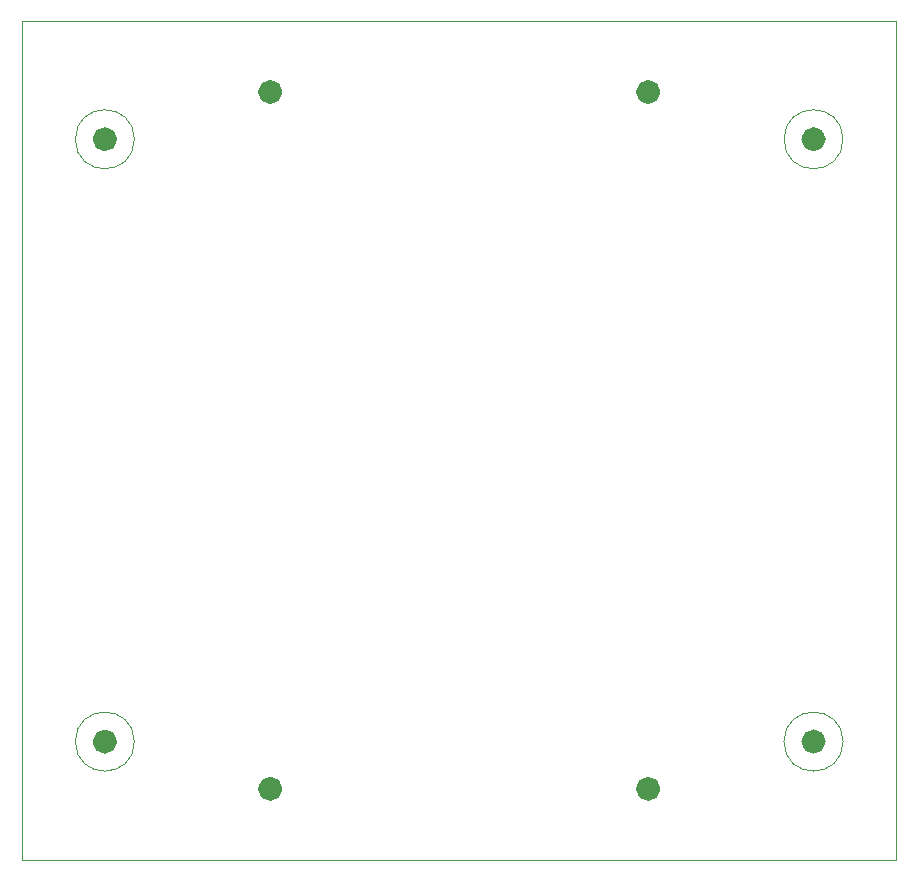
<source format=gbr>
%TF.GenerationSoftware,KiCad,Pcbnew,9.0.6*%
%TF.CreationDate,2025-12-31T16:39:12+01:00*%
%TF.ProjectId,oppakkerV4,6f707061-6b6b-4657-9256-342e6b696361,rev?*%
%TF.SameCoordinates,Original*%
%TF.FileFunction,Profile,NP*%
%FSLAX46Y46*%
G04 Gerber Fmt 4.6, Leading zero omitted, Abs format (unit mm)*
G04 Created by KiCad (PCBNEW 9.0.6) date 2025-12-31 16:39:12*
%MOMM*%
%LPD*%
G01*
G04 APERTURE LIST*
%TA.AperFunction,Profile*%
%ADD10C,1.050000*%
%TD*%
%TA.AperFunction,Profile*%
%ADD11C,0.100000*%
%TD*%
%TA.AperFunction,Profile*%
%ADD12C,0.050000*%
%TD*%
G04 APERTURE END LIST*
D10*
X92025000Y-81000000D02*
G75*
G02*
X90975000Y-81000000I-525000J0D01*
G01*
X90975000Y-81000000D02*
G75*
G02*
X92025000Y-81000000I525000J0D01*
G01*
X32025000Y-81000000D02*
G75*
G02*
X30975000Y-81000000I-525000J0D01*
G01*
X30975000Y-81000000D02*
G75*
G02*
X32025000Y-81000000I525000J0D01*
G01*
X92025000Y-30000000D02*
G75*
G02*
X90975000Y-30000000I-525000J0D01*
G01*
X90975000Y-30000000D02*
G75*
G02*
X92025000Y-30000000I525000J0D01*
G01*
X32025000Y-30000000D02*
G75*
G02*
X30975000Y-30000000I-525000J0D01*
G01*
X30975000Y-30000000D02*
G75*
G02*
X32025000Y-30000000I525000J0D01*
G01*
X46025000Y-85000000D02*
G75*
G02*
X44975000Y-85000000I-525000J0D01*
G01*
X44975000Y-85000000D02*
G75*
G02*
X46025000Y-85000000I525000J0D01*
G01*
D11*
X94000000Y-30000000D02*
G75*
G02*
X89000000Y-30000000I-2500000J0D01*
G01*
X89000000Y-30000000D02*
G75*
G02*
X94000000Y-30000000I2500000J0D01*
G01*
D10*
X78025000Y-85000000D02*
G75*
G02*
X76975000Y-85000000I-525000J0D01*
G01*
X76975000Y-85000000D02*
G75*
G02*
X78025000Y-85000000I525000J0D01*
G01*
X78025000Y-26000000D02*
G75*
G02*
X76975000Y-26000000I-525000J0D01*
G01*
X76975000Y-26000000D02*
G75*
G02*
X78025000Y-26000000I525000J0D01*
G01*
D11*
X34000000Y-30000000D02*
G75*
G02*
X29000000Y-30000000I-2500000J0D01*
G01*
X29000000Y-30000000D02*
G75*
G02*
X34000000Y-30000000I2500000J0D01*
G01*
D12*
X24500000Y-20000000D02*
X98500000Y-20000000D01*
X98500000Y-91000000D01*
X24500000Y-91000000D01*
X24500000Y-20000000D01*
D10*
X46025000Y-26000000D02*
G75*
G02*
X44975000Y-26000000I-525000J0D01*
G01*
X44975000Y-26000000D02*
G75*
G02*
X46025000Y-26000000I525000J0D01*
G01*
D11*
X94000000Y-81000000D02*
G75*
G02*
X89000000Y-81000000I-2500000J0D01*
G01*
X89000000Y-81000000D02*
G75*
G02*
X94000000Y-81000000I2500000J0D01*
G01*
X34000000Y-81000000D02*
G75*
G02*
X29000000Y-81000000I-2500000J0D01*
G01*
X29000000Y-81000000D02*
G75*
G02*
X34000000Y-81000000I2500000J0D01*
G01*
M02*

</source>
